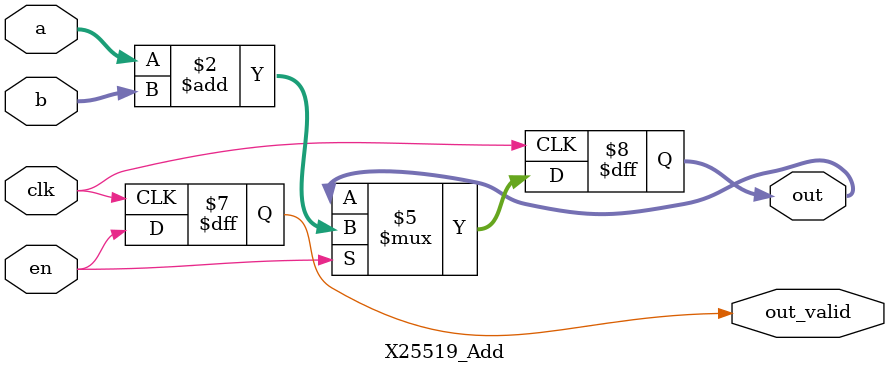
<source format=sv>
`timescale 1ns/1ps
`default_nettype none
/***********************************************************************************************************************
*                                                                                                                      *
* ANTIKERNEL v0.1                                                                                                      *
*                                                                                                                      *
* Copyright (c) 2012-2019 Andrew D. Zonenberg                                                                          *
* All rights reserved.                                                                                                 *
*                                                                                                                      *
* Redistribution and use in source and binary forms, with or without modification, are permitted provided that the     *
* following conditions are met:                                                                                        *
*                                                                                                                      *
*    * Redistributions of source code must retain the above copyright notice, this list of conditions, and the         *
*      following disclaimer.                                                                                           *
*                                                                                                                      *
*    * Redistributions in binary form must reproduce the above copyright notice, this list of conditions and the       *
*      following disclaimer in the documentation and/or other materials provided with the distribution.                *
*                                                                                                                      *
*    * Neither the name of the author nor the names of any contributors may be used to endorse or promote products     *
*      derived from this software without specific prior written permission.                                           *
*                                                                                                                      *
* THIS SOFTWARE IS PROVIDED BY THE AUTHORS "AS IS" AND ANY EXPRESS OR IMPLIED WARRANTIES, INCLUDING, BUT NOT LIMITED   *
* TO, THE IMPLIED WARRANTIES OF MERCHANTABILITY AND FITNESS FOR A PARTICULAR PURPOSE ARE DISCLAIMED. IN NO EVENT SHALL *
* THE AUTHORS BE HELD LIABLE FOR ANY DIRECT, INDIRECT, INCIDENTAL, SPECIAL, EXEMPLARY, OR CONSEQUENTIAL DAMAGES        *
* (INCLUDING, BUT NOT LIMITED TO, PROCUREMENT OF SUBSTITUTE GOODS OR SERVICES; LOSS OF USE, DATA, OR PROFITS; OR       *
* BUSINESS INTERRUPTION) HOWEVER CAUSED AND ON ANY THEORY OF LIABILITY, WHETHER IN CONTRACT, STRICT LIABILITY, OR TORT *
* (INCLUDING NEGLIGENCE OR OTHERWISE) ARISING IN ANY WAY OUT OF THE USE OF THIS SOFTWARE, EVEN IF ADVISED OF THE       *
* POSSIBILITY OF SUCH DAMAGE.                                                                                          *
*                                                                                                                      *
***********************************************************************************************************************/

/**
	@file
	@author Andrew D. Zonenberg
	@brief X25519 adder

	Derived from add() in NaCl crypto_scalarmult/curve25519/ref/smult.c
 */
module X25519_Add(
	input wire			clk,
	input wire			en,
	input wire[255:0]	a,
	input wire[255:0]	b,
	output logic		out_valid	= 0,
	output logic[255:0]	out = 0
	);

	always_ff @(posedge clk) begin
		out_valid	<= en;
		if(en)
			out		<= a + b;
	end

endmodule

</source>
